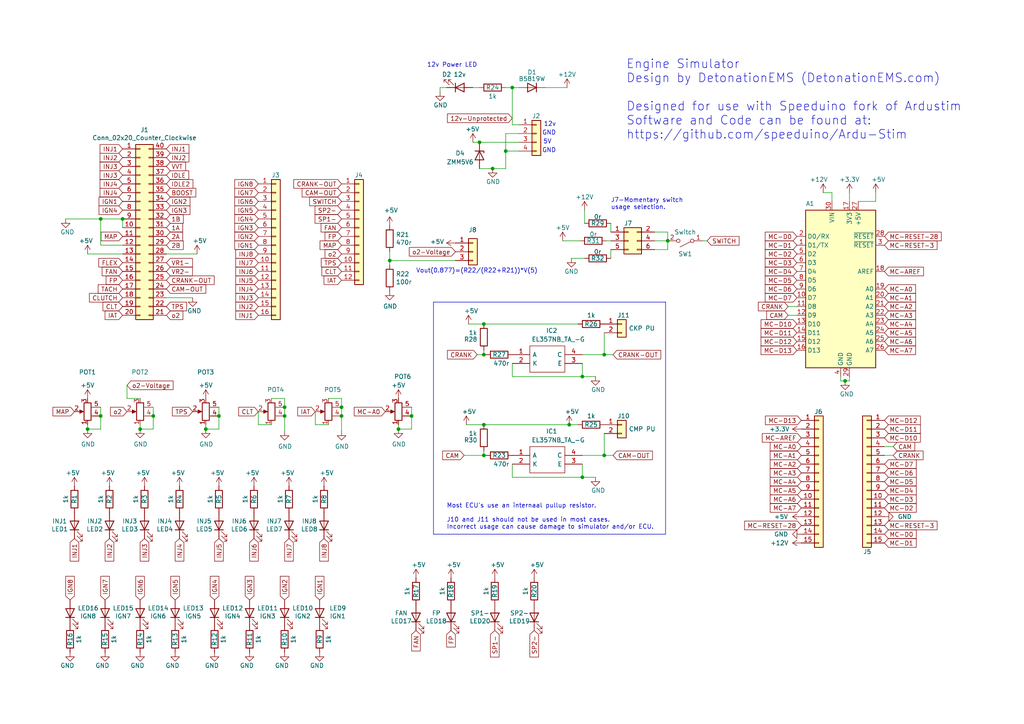
<source format=kicad_sch>
(kicad_sch (version 20230121) (generator eeschema)
  (paper "A4")
  (title_block (title "Engine Simulator") (date "2023-03-02") (rev "B2") (company "DetonationEMS"))
  (junction (at 193.675 69.85))
  (junction (at 59.69 124.46))
  (junction (at 245.11 110.49))
  (junction (at 35.56 63.5))
  (junction (at 175.26 132.08))
  (junction (at 140.335 102.87))
  (junction (at 99.06 118.11))
  (junction (at 63.5 120.65))
  (junction (at 140.335 123.19))
  (junction (at 139.065 41.275))
  (junction (at 25.4 124.46))
  (junction (at 44.45 120.65))
  (junction (at 168.91 109.22))
  (junction (at 148.59 25.4))
  (junction (at 82.55 118.11))
  (junction (at 140.335 132.08))
  (junction (at 82.55 120.65))
  (junction (at 115.57 124.46))
  (junction (at 140.335 93.98))
  (junction (at 142.875 48.895))
  (junction (at 99.06 120.65))
  (junction (at 40.64 124.46))
  (junction (at 119.38 120.65))
  (junction (at 165.1 123.19))
  (junction (at 146.685 43.815))
  (junction (at 175.26 102.87))
  (junction (at 168.91 138.43))
  (junction (at 29.21 120.65))
  (junction (at 113.03 75.565))
  (junction (at 29.21 63.5))
  (wire (pts (xy 228.6 91.44) (xy 231.14 91.44)))
  (wire (pts (xy 175.26 102.87) (xy 168.91 102.87)))
  (wire (pts (xy 243.84 109.22) (xy 243.84 110.49)))
  (wire (pts (xy 193.675 67.31) (xy 189.865 67.31)))
  (wire (pts (xy 99.06 125.095) (xy 99.06 120.65)))
  (wire (pts (xy 29.21 120.65) (xy 29.21 118.11)))
  (wire (pts (xy 127.635 25.4) (xy 129.54 25.4)))
  (wire (pts (xy 132.08 75.565) (xy 113.03 75.565)))
  (wire (pts (xy 91.44 123.19) (xy 91.44 119.38)))
  (wire (pts (xy 25.4 124.46) (xy 25.4 123.19)))
  (wire (pts (xy 29.21 63.5) (xy 29.21 71.12)))
  (wire (pts (xy 115.57 124.46) (xy 119.38 124.46)))
  (wire (pts (xy 148.59 105.41) (xy 148.59 109.22)))
  (wire (pts (xy 119.38 124.46) (xy 119.38 120.65)))
  (wire (pts (xy 175.895 69.85) (xy 177.165 69.85)))
  (wire (pts (xy 140.335 101.6) (xy 140.335 102.87)))
  (wire (pts (xy 36.83 115.57) (xy 40.64 115.57)))
  (wire (pts (xy 99.06 120.65) (xy 99.06 118.11)))
  (wire (pts (xy 139.065 41.275) (xy 150.495 41.275)))
  (wire (pts (xy 35.56 66.04) (xy 35.56 63.5)))
  (wire (pts (xy 148.59 36.195) (xy 150.495 36.195)))
  (wire (pts (xy 146.685 48.895) (xy 146.685 43.815)))
  (polyline (pts (xy 193.04 87.63) (xy 193.04 87.63)))
  (wire (pts (xy 259.08 129.54) (xy 256.54 129.54)))
  (polyline (pts (xy 193.04 154.94) (xy 125.73 154.94)))
  (wire (pts (xy 95.25 115.57) (xy 99.06 115.57)))
  (wire (pts (xy 169.545 60.96) (xy 169.545 64.77)))
  (wire (pts (xy 99.06 115.57) (xy 99.06 118.11)))
  (wire (pts (xy 78.74 123.19) (xy 74.93 123.19)))
  (wire (pts (xy 134.62 132.08) (xy 140.335 132.08)))
  (wire (pts (xy 146.685 25.4) (xy 148.59 25.4)))
  (wire (pts (xy 228.6 88.9) (xy 231.14 88.9)))
  (wire (pts (xy 148.59 25.4) (xy 148.59 36.195)))
  (wire (pts (xy 57.15 73.66) (xy 48.26 73.66)))
  (wire (pts (xy 137.16 25.4) (xy 139.065 25.4)))
  (wire (pts (xy 189.865 72.39) (xy 193.675 72.39)))
  (wire (pts (xy 138.43 102.87) (xy 140.335 102.87)))
  (wire (pts (xy 140.335 102.87) (xy 140.97 102.87)))
  (polyline (pts (xy 193.04 87.63) (xy 193.04 154.94)))
  (wire (pts (xy 135.89 93.98) (xy 140.335 93.98)))
  (wire (pts (xy 238.76 55.88) (xy 241.3 55.88)))
  (wire (pts (xy 177.8 132.08) (xy 175.26 132.08)))
  (wire (pts (xy 137.16 41.275) (xy 139.065 41.275)))
  (wire (pts (xy 175.26 96.52) (xy 175.26 102.87)))
  (wire (pts (xy 241.3 55.88) (xy 241.3 58.42)))
  (wire (pts (xy 40.64 124.46) (xy 40.64 123.19)))
  (wire (pts (xy 63.5 120.65) (xy 63.5 124.46)))
  (wire (pts (xy 63.5 124.46) (xy 59.69 124.46)))
  (wire (pts (xy 168.91 134.62) (xy 168.91 138.43)))
  (wire (pts (xy 55.88 86.36) (xy 48.26 86.36)))
  (wire (pts (xy 140.335 93.98) (xy 167.64 93.98)))
  (wire (pts (xy 203.835 69.85) (xy 205.105 69.85)))
  (wire (pts (xy 119.38 120.65) (xy 119.38 118.11)))
  (wire (pts (xy 25.4 73.66) (xy 35.56 73.66)))
  (wire (pts (xy 193.675 69.85) (xy 193.675 67.31)))
  (wire (pts (xy 146.685 43.815) (xy 150.495 43.815)))
  (wire (pts (xy 243.84 110.49) (xy 245.11 110.49)))
  (wire (pts (xy 177.165 64.77) (xy 177.165 67.31)))
  (wire (pts (xy 168.91 105.41) (xy 168.91 109.22)))
  (wire (pts (xy 148.59 138.43) (xy 168.91 138.43)))
  (wire (pts (xy 246.38 55.88) (xy 246.38 58.42)))
  (wire (pts (xy 140.335 132.08) (xy 140.97 132.08)))
  (wire (pts (xy 140.335 123.19) (xy 165.1 123.19)))
  (wire (pts (xy 82.55 125.095) (xy 82.55 120.65)))
  (wire (pts (xy 127.635 26.67) (xy 127.635 25.4)))
  (wire (pts (xy 148.59 109.22) (xy 168.91 109.22)))
  (wire (pts (xy 148.59 25.4) (xy 150.495 25.4)))
  (wire (pts (xy 193.675 72.39) (xy 193.675 69.85)))
  (wire (pts (xy 259.08 132.08) (xy 256.54 132.08)))
  (wire (pts (xy 142.875 48.895) (xy 146.685 48.895)))
  (wire (pts (xy 135.255 123.19) (xy 140.335 123.19)))
  (wire (pts (xy 113.03 73.025) (xy 113.03 75.565)))
  (polyline (pts (xy 125.73 154.94) (xy 125.73 87.63)))
  (wire (pts (xy 36.83 115.57) (xy 36.83 111.76)))
  (wire (pts (xy 248.92 58.42) (xy 254 58.42)))
  (polyline (pts (xy 125.73 87.63) (xy 193.04 87.63)))
  (wire (pts (xy 29.21 63.5) (xy 35.56 63.5)))
  (wire (pts (xy 29.21 124.46) (xy 29.21 120.65)))
  (wire (pts (xy 148.59 134.62) (xy 148.59 138.43)))
  (wire (pts (xy 44.45 120.65) (xy 44.45 118.11)))
  (wire (pts (xy 78.74 115.57) (xy 82.55 115.57)))
  (wire (pts (xy 177.165 74.93) (xy 177.165 72.39)))
  (wire (pts (xy 165.1 123.19) (xy 167.64 123.19)))
  (wire (pts (xy 168.91 138.43) (xy 172.72 138.43)))
  (wire (pts (xy 189.865 69.85) (xy 193.675 69.85)))
  (wire (pts (xy 245.11 110.49) (xy 246.38 110.49)))
  (wire (pts (xy 63.5 120.65) (xy 63.5 118.11)))
  (wire (pts (xy 19.05 63.5) (xy 29.21 63.5)))
  (wire (pts (xy 175.26 125.73) (xy 175.26 132.08)))
  (wire (pts (xy 168.91 109.22) (xy 172.72 109.22)))
  (wire (pts (xy 59.69 124.46) (xy 59.69 123.19)))
  (wire (pts (xy 82.55 115.57) (xy 82.55 118.11)))
  (wire (pts (xy 165.735 74.93) (xy 169.545 74.93)))
  (wire (pts (xy 44.45 124.46) (xy 44.45 120.65)))
  (wire (pts (xy 140.335 130.81) (xy 140.335 132.08)))
  (wire (pts (xy 254 58.42) (xy 254 55.88)))
  (wire (pts (xy 146.685 38.735) (xy 150.495 38.735)))
  (wire (pts (xy 40.64 124.46) (xy 44.45 124.46)))
  (wire (pts (xy 74.93 123.19) (xy 74.93 119.38)))
  (wire (pts (xy 115.57 124.46) (xy 115.57 123.19)))
  (wire (pts (xy 29.21 71.12) (xy 35.56 71.12)))
  (wire (pts (xy 246.38 110.49) (xy 246.38 109.22)))
  (wire (pts (xy 177.8 102.87) (xy 175.26 102.87)))
  (wire (pts (xy 146.685 38.735) (xy 146.685 43.815)))
  (wire (pts (xy 139.065 48.895) (xy 142.875 48.895)))
  (wire (pts (xy 25.4 124.46) (xy 29.21 124.46)))
  (wire (pts (xy 175.26 132.08) (xy 168.91 132.08)))
  (wire (pts (xy 113.03 75.565) (xy 113.03 76.835)))
  (wire (pts (xy 158.115 25.4) (xy 164.465 25.4)))
  (wire (pts (xy 163.195 69.85) (xy 168.275 69.85)))
  (wire (pts (xy 95.25 123.19) (xy 91.44 123.19)))
  (wire (pts (xy 82.55 120.65) (xy 82.55 118.11)))
  (text "Most ECU's use an internaal pullup resistor. \n\nJ10 and J11 should not be used in most cases.\nIncorrect usage can cause damage to simulator and/or ECU." (at 129.54 153.67 0) (effects (font (size 1.27 1.27)) (justify left bottom)))
  (text "12v" (at 161.29 36.83 0) (effects (font (size 1.27 1.27)) (justify right bottom)))
  (text "5V" (at 160.02 41.91 0) (effects (font (size 1.27 1.27)) (justify right bottom)))
  (text "Engine Simulator\nDesign by DetonationEMS (DetonationEMS.com)\n\nDesigned for use with Speeduino fork of Ardustim\nSoftware and Code can be found at:\nhttps://github.com/speeduino/Ardu-Stim\n" (at 181.61 40.64 0) (effects (font (size 2.54 2.54)) (justify left bottom)))
  (text "GND" (at 161.29 44.45 0) (effects (font (size 1.27 1.27)) (justify right bottom)))
  (text "12v Power LED" (at 138.43 19.685 0) (effects (font (size 1.27 1.27)) (justify right bottom)))
  (text "J7-Momentary switch\nusage selection." (at 177.165 60.96 0) (effects (font (size 1.27 1.27)) (justify left bottom)))
  (text "GND" (at 161.29 39.37 0) (effects (font (size 1.27 1.27)) (justify right bottom)))
  (text "Vout(0.877)=(R22/(R22+R21))*V(5)" (at 120.65 79.375 0) (effects (font (size 1.27 1.27)) (justify left bottom)))
  (global_label "MC-AREF" (shape input) (at 256.54 78.74 0) (property "Intersheetrefs" "${INTERSHEET_REFS}" (effects hide)))
  (global_label "SWITCH" (shape input) (at 205.105 69.85 0) (property "Intersheetrefs" "${INTERSHEET_REFS}" (effects hide)))
  (global_label "MAP" (shape input) (at 35.56 68.58 180) (property "Intersheetrefs" "${INTERSHEET_REFS}" (effects hide)))
  (global_label "MC-A0" (shape input) (at 111.76 119.38 180) (property "Intersheetrefs" "${INTERSHEET_REFS}" (effects hide)))
  (global_label "TPS" (shape input) (at 48.26 88.9 0) (property "Intersheetrefs" "${INTERSHEET_REFS}" (effects hide)))
  (global_label "CRANK-OUT" (shape input) (at 99.06 53.34 180) (property "Intersheetrefs" "${INTERSHEET_REFS}" (effects hide)))
  (global_label "MC-D4" (shape input) (at 256.54 142.24 0) (property "Intersheetrefs" "${INTERSHEET_REFS}" (effects hide)))
  (global_label "MC-D4" (shape input) (at 231.14 78.74 180) (property "Intersheetrefs" "${INTERSHEET_REFS}" (effects hide)))
  (global_label "MC-D11" (shape input) (at 256.54 124.46 0) (property "Intersheetrefs" "${INTERSHEET_REFS}" (effects hide)))
  (global_label "FAN" (shape input) (at 99.06 66.04 180) (property "Intersheetrefs" "${INTERSHEET_REFS}" (effects hide)))
  (global_label "1A" (shape input) (at 48.26 66.04 0) (property "Intersheetrefs" "${INTERSHEET_REFS}" (effects hide)))
  (global_label "INJ4" (shape input) (at 35.56 53.34 180) (property "Intersheetrefs" "${INTERSHEET_REFS}" (effects hide)))
  (global_label "INJ4" (shape input) (at 74.93 83.82 180) (property "Intersheetrefs" "${INTERSHEET_REFS}" (effects hide)))
  (global_label "INJ2" (shape input) (at 35.56 45.72 180) (property "Intersheetrefs" "${INTERSHEET_REFS}" (effects hide)))
  (global_label "IGN5" (shape input) (at 74.93 60.96 180) (property "Intersheetrefs" "${INTERSHEET_REFS}" (effects hide)))
  (global_label "INJ5" (shape input) (at 74.93 81.28 180) (property "Intersheetrefs" "${INTERSHEET_REFS}" (effects hide)))
  (global_label "MC-D0" (shape input) (at 256.54 154.94 0) (property "Intersheetrefs" "${INTERSHEET_REFS}" (effects hide)))
  (global_label "INJ1" (shape input) (at 21.59 156.21 270) (property "Intersheetrefs" "${INTERSHEET_REFS}" (effects hide)))
  (global_label "INJ2" (shape input) (at 31.75 156.21 270) (property "Intersheetrefs" "${INTERSHEET_REFS}" (effects hide)))
  (global_label "MC-A6" (shape input) (at 256.54 99.06 0) (property "Intersheetrefs" "${INTERSHEET_REFS}" (effects hide)))
  (global_label "CAM" (shape input) (at 134.62 132.08 180) (property "Intersheetrefs" "${INTERSHEET_REFS}" (effects hide)))
  (global_label "MC-D10" (shape input) (at 231.14 93.98 180) (property "Intersheetrefs" "${INTERSHEET_REFS}" (effects hide)))
  (global_label "IGN2" (shape input) (at 74.93 68.58 180) (property "Intersheetrefs" "${INTERSHEET_REFS}" (effects hide)))
  (global_label "CLUTCH" (shape input) (at 35.56 86.36 180) (property "Intersheetrefs" "${INTERSHEET_REFS}" (effects hide)))
  (global_label "1B" (shape input) (at 48.26 63.5 0) (property "Intersheetrefs" "${INTERSHEET_REFS}" (effects hide)))
  (global_label "IGN3" (shape input) (at 74.93 66.04 180) (property "Intersheetrefs" "${INTERSHEET_REFS}" (effects hide)))
  (global_label "INJ3" (shape input) (at 35.56 50.8 180) (property "Intersheetrefs" "${INTERSHEET_REFS}" (effects hide)))
  (global_label "MC-A2" (shape input) (at 256.54 88.9 0) (property "Intersheetrefs" "${INTERSHEET_REFS}" (effects hide)))
  (global_label "IGN1" (shape input) (at 92.71 173.99 90) (property "Intersheetrefs" "${INTERSHEET_REFS}" (effects hide)))
  (global_label "MC-D10" (shape input) (at 256.54 127 0) (property "Intersheetrefs" "${INTERSHEET_REFS}" (effects hide)))
  (global_label "CLT" (shape input) (at 99.06 78.74 180) (property "Intersheetrefs" "${INTERSHEET_REFS}" (effects hide)))
  (global_label "IGN1" (shape input) (at 74.93 71.12 180) (property "Intersheetrefs" "${INTERSHEET_REFS}" (effects hide)))
  (global_label "MC-A7" (shape input) (at 256.54 101.6 0) (property "Intersheetrefs" "${INTERSHEET_REFS}" (effects hide)))
  (global_label "CRANK" (shape input) (at 138.43 102.87 180) (property "Intersheetrefs" "${INTERSHEET_REFS}" (effects hide)))
  (global_label "BOOST" (shape input) (at 48.26 55.88 0) (property "Intersheetrefs" "${INTERSHEET_REFS}" (effects hide)))
  (global_label "TPS" (shape input) (at 99.06 76.2 180) (property "Intersheetrefs" "${INTERSHEET_REFS}" (effects hide)))
  (global_label "FP" (shape input) (at 35.56 81.28 180) (property "Intersheetrefs" "${INTERSHEET_REFS}" (effects hide)))
  (global_label "MC-D12" (shape input) (at 256.54 121.92 0) (property "Intersheetrefs" "${INTERSHEET_REFS}" (effects hide)))
  (global_label "IGN4" (shape input) (at 35.56 60.96 180) (property "Intersheetrefs" "${INTERSHEET_REFS}" (effects hide)))
  (global_label "MC-D13" (shape input) (at 231.14 101.6 180) (property "Intersheetrefs" "${INTERSHEET_REFS}" (effects hide)))
  (global_label "CLT" (shape input) (at 74.93 119.38 180) (property "Intersheetrefs" "${INTERSHEET_REFS}" (effects hide)))
  (global_label "INJ1" (shape input) (at 48.26 43.18 0) (property "Intersheetrefs" "${INTERSHEET_REFS}" (effects hide)))
  (global_label "INJ8" (shape input) (at 93.98 156.21 270) (property "Intersheetrefs" "${INTERSHEET_REFS}" (effects hide)))
  (global_label "CRANK-OUT" (shape input) (at 177.8 102.87 0) (property "Intersheetrefs" "${INTERSHEET_REFS}" (effects hide)))
  (global_label "o2" (shape input) (at 36.83 119.38 180) (property "Intersheetrefs" "${INTERSHEET_REFS}" (effects hide)))
  (global_label "INJ6" (shape input) (at 74.93 78.74 180) (property "Intersheetrefs" "${INTERSHEET_REFS}" (effects hide)))
  (global_label "MC-A2" (shape input) (at 232.41 134.62 180) (property "Intersheetrefs" "${INTERSHEET_REFS}" (effects hide)))
  (global_label "MC-D5" (shape input) (at 231.14 81.28 180) (property "Intersheetrefs" "${INTERSHEET_REFS}" (effects hide)))
  (global_label "INJ4" (shape input) (at 52.07 156.21 270) (property "Intersheetrefs" "${INTERSHEET_REFS}" (effects hide)))
  (global_label "INJ7" (shape input) (at 83.82 156.21 270) (property "Intersheetrefs" "${INTERSHEET_REFS}" (effects hide)))
  (global_label "INJ3" (shape input) (at 74.93 86.36 180) (property "Intersheetrefs" "${INTERSHEET_REFS}" (effects hide)))
  (global_label "MC-D12" (shape input) (at 231.14 99.06 180) (property "Intersheetrefs" "${INTERSHEET_REFS}" (effects hide)))
  (global_label "SP1-" (shape input) (at 99.06 63.5 180) (property "Intersheetrefs" "${INTERSHEET_REFS}" (effects hide)))
  (global_label "INJ7" (shape input) (at 74.93 76.2 180) (property "Intersheetrefs" "${INTERSHEET_REFS}" (effects hide)))
  (global_label "IGN7" (shape input) (at 30.48 173.99 90) (property "Intersheetrefs" "${INTERSHEET_REFS}" (effects hide)))
  (global_label "SWITCH" (shape input) (at 99.06 58.42 180) (property "Intersheetrefs" "${INTERSHEET_REFS}" (effects hide)))
  (global_label "VVT" (shape input) (at 48.26 48.26 0) (property "Intersheetrefs" "${INTERSHEET_REFS}" (effects hide)))
  (global_label "INJ4" (shape input) (at 35.56 55.88 180) (property "Intersheetrefs" "${INTERSHEET_REFS}" (effects hide)))
  (global_label "IGN8" (shape input) (at 74.93 53.34 180) (property "Intersheetrefs" "${INTERSHEET_REFS}" (effects hide)))
  (global_label "MC-A0" (shape input) (at 256.54 83.82 0) (property "Intersheetrefs" "${INTERSHEET_REFS}" (effects hide)))
  (global_label "o2-Voltage" (shape input) (at 36.83 111.76 0) (property "Intersheetrefs" "${INTERSHEET_REFS}" (effects hide)))
  (global_label "IGN3" (shape input) (at 48.26 60.96 0) (property "Intersheetrefs" "${INTERSHEET_REFS}" (effects hide)))
  (global_label "MC-RESET-3" (shape input) (at 256.54 71.12 0) (property "Intersheetrefs" "${INTERSHEET_REFS}" (effects hide)))
  (global_label "IDLE" (shape input) (at 48.26 50.8 0) (property "Intersheetrefs" "${INTERSHEET_REFS}" (effects hide)))
  (global_label "IGN5" (shape input) (at 50.8 173.99 90) (property "Intersheetrefs" "${INTERSHEET_REFS}" (effects hide)))
  (global_label "MC-RESET-3" (shape input) (at 256.54 152.4 0) (property "Intersheetrefs" "${INTERSHEET_REFS}" (effects hide)))
  (global_label "SP1-" (shape input) (at 143.51 182.88 270) (property "Intersheetrefs" "${INTERSHEET_REFS}" (effects hide)))
  (global_label "MC-D6" (shape input) (at 231.14 83.82 180) (property "Intersheetrefs" "${INTERSHEET_REFS}" (effects hide)))
  (global_label "IGN3" (shape input) (at 72.39 173.99 90) (property "Intersheetrefs" "${INTERSHEET_REFS}" (effects hide)))
  (global_label "MC-D2" (shape input) (at 256.54 147.32 0) (property "Intersheetrefs" "${INTERSHEET_REFS}" (effects hide)))
  (global_label "INJ3" (shape input) (at 41.91 156.21 270) (property "Intersheetrefs" "${INTERSHEET_REFS}" (effects hide)))
  (global_label "FAN" (shape input) (at 120.65 182.88 270) (property "Intersheetrefs" "${INTERSHEET_REFS}" (effects hide)))
  (global_label "MC-D11" (shape input) (at 231.14 96.52 180) (property "Intersheetrefs" "${INTERSHEET_REFS}" (effects hide)))
  (global_label "TACH" (shape input) (at 35.56 83.82 180) (property "Intersheetrefs" "${INTERSHEET_REFS}" (effects hide)))
  (global_label "MC-D2" (shape input) (at 231.14 73.66 180) (property "Intersheetrefs" "${INTERSHEET_REFS}" (effects hide)))
  (global_label "IAT" (shape input) (at 99.06 81.28 180) (property "Intersheetrefs" "${INTERSHEET_REFS}" (effects hide)))
  (global_label "FP" (shape input) (at 130.81 182.88 270) (property "Intersheetrefs" "${INTERSHEET_REFS}" (effects hide)))
  (global_label "MC-A1" (shape input) (at 232.41 132.08 180) (property "Intersheetrefs" "${INTERSHEET_REFS}" (effects hide)))
  (global_label "MC-A1" (shape input) (at 256.54 86.36 0) (property "Intersheetrefs" "${INTERSHEET_REFS}" (effects hide)))
  (global_label "o2-Voltage" (shape input) (at 132.08 73.025 180) (property "Intersheetrefs" "${INTERSHEET_REFS}" (effects hide)))
  (global_label "IDLE2" (shape input) (at 48.26 53.34 0) (property "Intersheetrefs" "${INTERSHEET_REFS}" (effects hide)))
  (global_label "INJ6" (shape input) (at 73.66 156.21 270) (property "Intersheetrefs" "${INTERSHEET_REFS}" (effects hide)))
  (global_label "CAM" (shape input) (at 259.08 129.54 0) (property "Intersheetrefs" "${INTERSHEET_REFS}" (effects hide)))
  (global_label "MAP" (shape input) (at 99.06 71.12 180) (property "Intersheetrefs" "${INTERSHEET_REFS}" (effects hide)))
  (global_label "CAM-OUT" (shape input) (at 177.8 132.08 0) (property "Intersheetrefs" "${INTERSHEET_REFS}" (effects hide)))
  (global_label "TPS" (shape input) (at 55.88 119.38 180) (property "Intersheetrefs" "${INTERSHEET_REFS}" (effects hide)))
  (global_label "VR1-" (shape input) (at 48.26 76.2 0) (property "Intersheetrefs" "${INTERSHEET_REFS}" (effects hide)))
  (global_label "IGN4" (shape input) (at 62.23 173.99 90) (property "Intersheetrefs" "${INTERSHEET_REFS}" (effects hide)))
  (global_label "IGN7" (shape input) (at 74.93 55.88 180) (property "Intersheetrefs" "${INTERSHEET_REFS}" (effects hide)))
  (global_label "MC-A6" (shape input) (at 232.41 144.78 180) (property "Intersheetrefs" "${INTERSHEET_REFS}" (effects hide)))
  (global_label "MC-A3" (shape input) (at 232.41 137.16 180) (property "Intersheetrefs" "${INTERSHEET_REFS}" (effects hide)))
  (global_label "IGN2" (shape input) (at 82.55 173.99 90) (property "Intersheetrefs" "${INTERSHEET_REFS}" (effects hide)))
  (global_label "INJ8" (shape input) (at 74.93 73.66 180) (property "Intersheetrefs" "${INTERSHEET_REFS}" (effects hide)))
  (global_label "SP2-" (shape input) (at 99.06 60.96 180) (property "Intersheetrefs" "${INTERSHEET_REFS}" (effects hide)))
  (global_label "MC-A0" (shape input) (at 232.41 129.54 180) (property "Intersheetrefs" "${INTERSHEET_REFS}" (effects hide)))
  (global_label "MC-A5" (shape input) (at 232.41 142.24 180) (property "Intersheetrefs" "${INTERSHEET_REFS}" (effects hide)))
  (global_label "INJ2" (shape input) (at 74.93 88.9 180) (property "Intersheetrefs" "${INTERSHEET_REFS}" (effects hide)))
  (global_label "INJ5" (shape input) (at 63.5 156.21 270) (property "Intersheetrefs" "${INTERSHEET_REFS}" (effects hide)))
  (global_label "INJ1" (shape input) (at 74.93 91.44 180) (property "Intersheetrefs" "${INTERSHEET_REFS}" (effects hide)))
  (global_label "MC-A7" (shape input) (at 232.41 147.32 180) (property "Intersheetrefs" "${INTERSHEET_REFS}" (effects hide)))
  (global_label "MC-D3" (shape input) (at 256.54 144.78 0) (property "Intersheetrefs" "${INTERSHEET_REFS}" (effects hide)))
  (global_label "CAM-OUT" (shape input) (at 48.26 83.82 0) (property "Intersheetrefs" "${INTERSHEET_REFS}" (effects hide)))
  (global_label "SP2-" (shape input) (at 154.94 182.88 270) (property "Intersheetrefs" "${INTERSHEET_REFS}" (effects hide)))
  (global_label "IGN2" (shape input) (at 48.26 58.42 0) (property "Intersheetrefs" "${INTERSHEET_REFS}" (effects hide)))
  (global_label "MC-A5" (shape input) (at 256.54 96.52 0) (property "Intersheetrefs" "${INTERSHEET_REFS}" (effects hide)))
  (global_label "CRANK-OUT" (shape input) (at 48.26 81.28 0) (property "Intersheetrefs" "${INTERSHEET_REFS}" (effects hide)))
  (global_label "CAM-OUT" (shape input) (at 99.06 55.88 180) (property "Intersheetrefs" "${INTERSHEET_REFS}" (effects hide)))
  (global_label "MC-D0" (shape input) (at 231.14 68.58 180) (property "Intersheetrefs" "${INTERSHEET_REFS}" (effects hide)))
  (global_label "IGN6" (shape input) (at 40.64 173.99 90) (property "Intersheetrefs" "${INTERSHEET_REFS}" (effects hide)))
  (global_label "MC-A3" (shape input) (at 256.54 91.44 0) (property "Intersheetrefs" "${INTERSHEET_REFS}" (effects hide)))
  (global_label "o2" (shape input) (at 99.06 73.66 180) (property "Intersheetrefs" "${INTERSHEET_REFS}" (effects hide)))
  (global_label "12v-Unprotected" (shape input) (at 148.59 34.29 180) (property "Intersheetrefs" "${INTERSHEET_REFS}" (effects hide)))
  (global_label "FAN" (shape input) (at 35.56 78.74 180) (property "Intersheetrefs" "${INTERSHEET_REFS}" (effects hide)))
  (global_label "o2" (shape input) (at 48.26 91.44 0) (property "Intersheetrefs" "${INTERSHEET_REFS}" (effects hide)))
  (global_label "VR2-" (shape input) (at 48.26 78.74 0) (property "Intersheetrefs" "${INTERSHEET_REFS}" (effects hide)))
  (global_label "MC-D7" (shape input) (at 256.54 134.62 0) (property "Intersheetrefs" "${INTERSHEET_REFS}" (effects hide)))
  (global_label "2A" (shape input) (at 48.26 68.58 0) (property "Intersheetrefs" "${INTERSHEET_REFS}" (effects hide)))
  (global_label "IGN6" (shape input) (at 74.93 58.42 180) (property "Intersheetrefs" "${INTERSHEET_REFS}" (effects hide)))
  (global_label "MAP" (shape input) (at 21.59 119.38 180) (property "Intersheetrefs" "${INTERSHEET_REFS}" (effects hide)))
  (global_label "MC-D1" (shape input) (at 256.54 157.48 0) (property "Intersheetrefs" "${INTERSHEET_REFS}" (effects hide)))
  (global_label "MC-RESET-28" (shape input) (at 256.54 68.58 0) (property "Intersheetrefs" "${INTERSHEET_REFS}" (effects hide)))
  (global_label "MC-A4" (shape input) (at 256.54 93.98 0) (property "Intersheetrefs" "${INTERSHEET_REFS}" (effects hide)))
  (global_label "INJ2" (shape input) (at 48.26 45.72 0) (property "Intersheetrefs" "${INTERSHEET_REFS}" (effects hide)))
  (global_label "MC-D6" (shape input) (at 256.54 137.16 0) (property "Intersheetrefs" "${INTERSHEET_REFS}" (effects hide)))
  (global_label "MC-RESET-28" (shape input) (at 232.41 152.4 180) (property "Intersheetrefs" "${INTERSHEET_REFS}" (effects hide)))
  (global_label "IGN8" (shape input) (at 20.32 173.99 90) (property "Intersheetrefs" "${INTERSHEET_REFS}" (effects hide)))
  (global_label "MC-D5" (shape input) (at 256.54 139.7 0) (property "Intersheetrefs" "${INTERSHEET_REFS}" (effects hide)))
  (global_label "IGN4" (shape input) (at 74.93 63.5 180) (property "Intersheetrefs" "${INTERSHEET_REFS}" (effects hide)))
  (global_label "FLEX" (shape input) (at 35.56 76.2 180) (property "Intersheetrefs" "${INTERSHEET_REFS}" (effects hide)))
  (global_label "FP" (shape input) (at 99.06 68.58 180) (property "Intersheetrefs" "${INTERSHEET_REFS}" (effects hide)))
  (global_label "CRANK" (shape input) (at 228.6 88.9 180) (property "Intersheetrefs" "${INTERSHEET_REFS}" (effects hide)))
  (global_label "MC-D13" (shape input) (at 232.41 121.92 180) (property "Intersheetrefs" "${INTERSHEET_REFS}" (effects hide)))
  (global_label "INJ3" (shape input) (at 35.56 48.26 180) (property "Intersheetrefs" "${INTERSHEET_REFS}" (effects hide)))
  (global_label "MC-D7" (shape input) (at 231.14 86.36 180) (property "Intersheetrefs" "${INTERSHEET_REFS}" (effects hide)))
  (global_label "MC-D3" (shape input) (at 231.14 76.2 180) (property "Intersheetrefs" "${INTERSHEET_REFS}" (effects hide)))
  (global_label "MC-D1" (shape input) (at 231.14 71.12 180) (property "Intersheetrefs" "${INTERSHEET_REFS}" (effects hide)))
  (global_label "CAM" (shape input) (at 228.6 91.44 180) (property "Intersheetrefs" "${INTERSHEET_REFS}" (effects hide)))
  (global_label "IGN1" (shape input) (at 35.56 58.42 180) (property "Intersheetrefs" "${INTERSHEET_REFS}" (effects hide)))
  (global_label "IAT" (shape input) (at 91.44 119.38 180) (property "Intersheetrefs" "${INTERSHEET_REFS}" (effects hide)))
  (global_label "2B" (shape input) (at 48.26 71.12 0) (property "Intersheetrefs" "${INTERSHEET_REFS}" (effects hide)))
  (global_label "MC-A4" (shape input) (at 232.41 139.7 180) (property "Intersheetrefs" "${INTERSHEET_REFS}" (effects hide)))
  (global_label "CRANK" (shape input) (at 259.08 132.08 0) (property "Intersheetrefs" "${INTERSHEET_REFS}" (effects hide)))
  (global_label "MC-AREF" (shape input) (at 232.41 127 180) (property "Intersheetrefs" "${INTERSHEET_REFS}" (effects hide)))
  (global_label "INJ1" (shape input) (at 35.56 43.18 180) (property "Intersheetrefs" "${INTERSHEET_REFS}" (effects hide)))
  (global_label "IAT" (shape input) (at 35.56 91.44 180) (property "Intersheetrefs" "${INTERSHEET_REFS}" (effects hide)))
  (global_label "CLT" (shape input) (at 35.56 88.9 180) (property "Intersheetrefs" "${INTERSHEET_REFS}" (effects hide)))
  (symbol (lib_id "Detonation:Pot-10k") (at 40.64 119.38 180) (unit 1)
    (property "Reference" "POT2" (at 38.1 107.95 0) (effects (justify right)))
    (property "Value" "CLT" (effects hide))
    (property "Footprint" "MyLibs:RV09AF4020KB10K" (effects hide))
  )
  (symbol (lib_id "Detonation:Pot-10k") (at 78.74 119.38 180) (unit 1)
    (property "Reference" "POT4" (at 77.47 113.03 0) (effects (justify right)))
    (property "Value" "TPS" (effects hide))
    (property "Footprint" "MyLibs:RV09AF4020KB10K" (effects hide))
  )
  (symbol (lib_id "Detonation:Pot-10k") (at 59.69 119.38 180) (unit 1)
    (property "Reference" "POT3" (at 57.15 107.95 0) (effects (justify right)))
    (property "Value" "MAP/SP1" (effects hide))
    (property "Footprint" "MyLibs:RV09AF4020KB10K" (effects hide))
  )
  (symbol (lib_id "Detonation:Pot-10k") (at 25.4 119.38 180) (unit 1)
    (property "Reference" "POT1" (at 22.86 107.95 0) (effects (justify right)))
    (property "Value" "IAT" (effects hide))
    (property "Footprint" "MyLibs:RV09AF4020KB10K" (effects hide))
  )
  (symbol (lib_id "Detonation:Pot-10k") (at 95.25 119.38 180) (unit 1)
    (property "Reference" "POT5" (at 93.98 113.03 0) (effects (justify right)))
    (property "Value" "o2" (effects hide))
    (property "Footprint" "MyLibs:RV09AF4020KB10K" (effects hide))
  )
  (symbol (lib_id "Detonation:Pot-10k") (at 115.57 119.38 180) (unit 1)
    (property "Reference" "POT6" (at 114.3 109.22 0) (effects (justify right)))
    (property "Value" "RPM" (effects hide))
    (property "Footprint" "MyLibs:RV09AF4020KB10K" (effects hide))
  )
  (symbol (lib_id "power:+5V") (at 115.57 115.57 0) (unit 1)
    (property "Reference" "#PWR042" (effects hide))
    (property "Value" "+5V" (at 115.57 111.76 0))
  )
  (symbol (lib_id "power:+5V") (at 254 55.88 0) (unit 1)
    (property "Reference" "#PWR059" (effects hide))
    (property "Value" "+5V" (at 252.73 52.07 0) (effects (justify left)))
  )
  (symbol (lib_id "power:GND") (at 115.57 124.46 0) (unit 1)
    (property "Reference" "#PWR041" (effects hide))
    (property "Value" "GND" (at 115.697 128.8542 0))
  )
  (symbol (lib_id "power:GND") (at 245.11 110.49 0) (unit 1)
    (property "Reference" "#PWR057" (effects hide))
    (property "Value" "GND" (at 247.65 114.3 0) (effects (justify right)))
  )
  (symbol (lib_id "Connector_Generic:Conn_01x02") (at 180.34 123.19 0) (unit 1)
    (property "Reference" "J10" (at 179.07 120.65 0) (effects (justify left)))
    (property "Value" "CMP PU" (at 182.372 124.4346 0) (effects (justify left)))
    (property "Footprint" "Detonation:1x02-Proto" (effects hide))
  )
  (symbol (lib_id "power:+5V") (at 132.08 70.485 90) (unit 1)
    (property "Reference" "#PWR047" (effects hide))
    (property "Value" "+5V" (at 128.8288 70.104 90) (effects (justify left)))
  )
  (symbol (lib_id "Device:R") (at 113.03 80.645 0) (unit 1)
    (property "Reference" "R22" (at 114.808 79.4766 0) (effects (justify left)))
    (property "Value" "100r" (at 114.808 81.788 0) (effects (justify left)))
    (property "Footprint" "Resistor_SMD:R_0603_1608Metric" (effects hide))
    (property "LCSC" "C22775" (effects hide))
  )
  (symbol (lib_id "Device:R") (at 113.03 69.215 0) (unit 1)
    (property "Reference" "R21" (at 114.808 68.0466 0) (effects (justify left)))
    (property "Value" "470r" (at 114.808 70.358 0) (effects (justify left)))
    (property "Footprint" "Resistor_SMD:R_0603_1608Metric" (effects hide))
    (property "LCSC" "C23179" (effects hide))
  )
  (symbol (lib_id "power:+5V") (at 113.03 65.405 0) (unit 1)
    (property "Reference" "#PWR043" (effects hide))
    (property "Value" "+5V" (at 113.411 61.0108 0))
  )
  (symbol (lib_id "power:GND") (at 113.03 84.455 0) (unit 1)
    (property "Reference" "#PWR044" (effects hide))
    (property "Value" "GND" (at 113.157 88.8492 0))
  )
  (symbol (lib_id "power:+5V") (at 59.69 115.57 0) (unit 1)
    (property "Reference" "#PWR018" (effects hide))
    (property "Value" "+5V" (at 59.69 111.76 0))
  )
  (symbol (lib_id "power:GND") (at 59.69 124.46 0) (unit 1)
    (property "Reference" "#PWR017" (effects hide))
    (property "Value" "GND" (at 59.817 128.8542 0))
  )
  (symbol (lib_id "power:GND") (at 40.64 124.46 0) (unit 1)
    (property "Reference" "#PWR015" (effects hide))
    (property "Value" "GND" (at 40.767 128.8542 0))
  )
  (symbol (lib_id "Pre_Ignition-rescue:Conn_02x20_Counter_Clockwise-Connector_Generic") (at 40.64 66.04 0) (unit 1) (in_bom no)
    (property "Reference" "J1" (at 41.91 37.6682 0))
    (property "Value" "Conn_02x20_Counter_Clockwise" (at 41.91 39.9796 0))
    (property "Footprint" "Connector_Automotive:IDC-Header_2x20_P2.54mm_Vertical_Speeduino" (effects hide))
  )
  (symbol (lib_id "power:GND") (at 19.05 63.5 0) (unit 1)
    (property "Reference" "#PWR01" (effects hide))
    (property "Value" "GND" (at 21.59 67.31 0) (effects (justify right)))
  )
  (symbol (lib_id "power:+5V") (at 25.4 73.66 0) (unit 1)
    (property "Reference" "#PWR03" (effects hide))
    (property "Value" "+5V" (at 22.86 69.85 0) (effects (justify left)))
  )
  (symbol (lib_id "power:GND") (at 55.88 86.36 0) (unit 1)
    (property "Reference" "#PWR014" (effects hide))
    (property "Value" "GND" (at 58.42 90.17 0) (effects (justify right)))
  )
  (symbol (lib_id "power:+5V") (at 57.15 73.66 0) (unit 1)
    (property "Reference" "#PWR016" (effects hide))
    (property "Value" "+5V" (at 55.88 69.85 0) (effects (justify left)))
  )
  (symbol (lib_id "power:GND") (at 92.71 189.23 0) (unit 1)
    (property "Reference" "#PWR019" (effects hide))
    (property "Value" "GND" (at 93.98 193.04 0) (effects (justify right)))
  )
  (symbol (lib_id "Device:LED") (at 92.71 177.8 90) (unit 1)
    (property "Reference" "LED9" (at 97.9678 176.403 90))
    (property "Value" "IGN1" (at 97.9678 178.7144 90))
    (property "Footprint" "LED_SMD:LED_0603_1608Metric" (effects hide))
    (property "LCSC" "C2286" (effects hide))
  )
  (symbol (lib_id "power:GND") (at 82.55 189.23 0) (unit 1)
    (property "Reference" "#PWR020" (effects hide))
    (property "Value" "GND" (at 83.82 193.04 0) (effects (justify right)))
  )
  (symbol (lib_id "Device:LED") (at 82.55 177.8 90) (unit 1)
    (property "Reference" "LED10" (at 87.8078 176.403 90))
    (property "Value" "IGN2" (at 87.8078 178.7144 90))
    (property "Footprint" "LED_SMD:LED_0603_1608Metric" (effects hide))
    (property "LCSC" "C2286" (effects hide))
  )
  (symbol (lib_id "power:GND") (at 72.39 189.23 0) (unit 1)
    (property "Reference" "#PWR021" (effects hide))
    (property "Value" "GND" (at 73.66 193.04 0) (effects (justify right)))
  )
  (symbol (lib_id "Device:LED") (at 72.39 177.8 90) (unit 1)
    (property "Reference" "LED11" (at 77.6478 176.403 90))
    (property "Value" "IGN3" (at 77.6478 178.7144 90))
    (property "Footprint" "LED_SMD:LED_0603_1608Metric" (effects hide))
    (property "LCSC" "C2286" (effects hide))
  )
  (symbol (lib_id "power:GND") (at 62.23 189.23 0) (unit 1)
    (property "Reference" "#PWR022" (effects hide))
    (property "Value" "GND" (at 63.5 193.04 0) (effects (justify right)))
  )
  (symbol (lib_id "Device:LED") (at 62.23 177.8 90) (unit 1)
    (property "Reference" "LED12" (at 67.4878 176.403 90))
    (property "Value" "IGN4" (at 67.4878 178.7144 90))
    (property "Footprint" "LED_SMD:LED_0603_1608Metric" (effects hide))
    (property "LCSC" "C2286" (effects hide))
  )
  (symbol (lib_id "Device:LED") (at 21.59 152.4 90) (unit 1)
    (property "Reference" "LED1" (at 17.3228 153.4668 90))
    (property "Value" "INJ1" (at 17.3228 151.1554 90))
    (property "Footprint" "LED_SMD:LED_0603_1608Metric" (effects hide))
    (property "LCSC" "C2286" (effects hide))
  )
  (symbol (lib_id "Device:LED") (at 31.75 152.4 90) (unit 1)
    (property "Reference" "LED2" (at 27.4828 153.4668 90))
    (property "Value" "INJ2" (at 27.4828 151.1554 90))
    (property "Footprint" "LED_SMD:LED_0603_1608Metric" (effects hide))
    (property "LCSC" "C2286" (effects hide))
  )
  (symbol (lib_id "Device:LED") (at 41.91 152.4 90) (unit 1)
    (property "Reference" "LED3" (at 37.6428 153.4668 90))
    (property "Value" "INJ3" (at 37.6428 151.1554 90))
    (property "Footprint" "LED_SMD:LED_0603_1608Metric" (effects hide))
    (property "LCSC" "C2286" (effects hide))
  )
  (symbol (lib_id "Device:LED") (at 52.07 152.4 90) (unit 1)
    (property "Reference" "LED4" (at 47.8028 153.4668 90))
    (property "Value" "INJ4" (at 47.8028 151.1554 90))
    (property "Footprint" "LED_SMD:LED_0603_1608Metric" (effects hide))
    (property "LCSC" "C2286" (effects hide))
  )
  (symbol (lib_id "power:+5V") (at 21.59 140.97 0) (unit 1)
    (property "Reference" "#PWR06" (effects hide))
    (property "Value" "+5V" (at 19.05 137.16 0) (effects (justify left)))
  )
  (symbol (lib_id "power:+5V") (at 41.91 140.97 0) (unit 1)
    (property "Reference" "#PWR08" (effects hide))
    (property "Value" "+5V" (at 39.37 137.16 0) (effects (justify left)))
  )
  (symbol (lib_id "power:+5V") (at 31.75 140.97 0) (unit 1)
    (property "Reference" "#PWR07" (effects hide))
    (property "Value" "+5V" (at 29.21 137.16 0) (effects (justify left)))
  )
  (symbol (lib_id "power:+5V") (at 52.07 140.97 0) (unit 1)
    (property "Reference" "#PWR09" (effects hide))
    (property "Value" "+5V" (at 49.53 137.16 0) (effects (justify left)))
  )
  (symbol (lib_id "Device:LED") (at 120.65 179.07 90) (unit 1)
    (property "Reference" "LED17" (at 116.3828 180.1368 90))
    (property "Value" "FAN" (at 116.3828 177.8254 90))
    (property "Footprint" "LED_SMD:LED_0603_1608Metric" (effects hide))
    (property "LCSC" "C2286" (effects hide))
  )
  (symbol (lib_id "Device:LED") (at 130.81 179.07 90) (unit 1)
    (property "Reference" "LED18" (at 126.5428 180.1368 90))
    (property "Value" "FP" (at 126.5428 177.8254 90))
    (property "Footprint" "LED_SMD:LED_0603_1608Metric" (effects hide))
    (property "LCSC" "C2286" (effects hide))
  )
  (symbol (lib_id "power:+5V") (at 130.81 167.64 0) (unit 1)
    (property "Reference" "#PWR038" (effects hide))
    (property "Value" "+5V" (at 129.54 163.83 0) (effects (justify left)))
  )
  (symbol (lib_id "power:+5V") (at 120.65 167.64 0) (unit 1)
    (property "Reference" "#PWR037" (effects hide))
    (property "Value" "+5V" (at 119.38 163.83 0) (effects (justify left)))
  )
  (symbol (lib_id "MCU_Module:Arduino_Nano_v3.x") (at 243.84 83.82 0) (unit 1) (in_bom no)
    (property "Reference" "A1" (at 234.95 59.055 0))
    (property "Value" "Arduino_Nano_v3.x" (effects hide))
    (property "Footprint" "Module:Arduino_Nano" (effects hide))
    (property "Datasheet" "http://www.mouser.com/pdfdocs/Gravitech_Arduino_Nano3_0.pdf" (effects hide))
  )
  (symbol (lib_id "Diode:ZMMxx") (at 139.065 45.085 270) (unit 1)
    (property "Reference" "D4" (at 132.08 44.45 90) (effects (justify left)))
    (property "Value" "ZMM5V6" (at 129.54 46.99 90) (effects (justify left)))
    (property "Footprint" "Diode_SMD:D_MiniMELF" (effects hide))
    (property "Datasheet" "https://diotec.com/tl_files/diotec/files/pdf/datasheets/zmm1.pdf" (effects hide))
    (property "LCSC" "C8062" (effects hide))
  )
  (symbol (lib_id "Device:R") (at 41.91 144.78 0) (mirror y) (unit 1)
    (property "Reference" "R3" (at 41.91 144.78 90))
    (property "Value" "1k" (at 39.37 144.78 90))
    (property "Footprint" "Resistor_SMD:R_0603_1608Metric" (effects hide))
    (property "LCSC" "C21190" (effects hide))
  )
  (symbol (lib_id "power:GND") (at 232.41 154.94 270) (unit 1)
    (property "Reference" "#PWR0109" (effects hide))
    (property "Value" "GND" (at 228.6 154.94 90) (effects (justify right)))
  )
  (symbol (lib_id "Device:R") (at 52.07 144.78 0) (mirror y) (unit 1)
    (property "Reference" "R4" (at 52.07 144.78 90))
    (property "Value" "1k" (at 49.53 144.78 90))
    (property "Footprint" "Resistor_SMD:R_0603_1608Metric" (effects hide))
    (property "LCSC" "C21190" (effects hide))
  )
  (symbol (lib_id "power:GND") (at 142.875 48.895 0) (mirror y) (unit 1)
    (property "Reference" "#PWR036" (effects hide))
    (property "Value" "GND" (at 140.97 52.705 0) (effects (justify right)))
  )
  (symbol (lib_id "Device:R") (at 83.82 144.78 0) (mirror y) (unit 1)
    (property "Reference" "R7" (at 83.82 144.78 90))
    (property "Value" "1k" (at 81.28 144.78 90))
    (property "Footprint" "Resistor_SMD:R_0603_1608Metric" (effects hide))
    (property "LCSC" "C21190" (effects hide))
  )
  (symbol (lib_id "power:+5V") (at 25.4 115.57 0) (unit 1)
    (property "Reference" "#PWR05" (effects hide))
    (property "Value" "+5V" (at 25.4 111.76 0))
  )
  (symbol (lib_id "Connector_Generic:Conn_01x12") (at 104.14 66.04 0) (unit 1)
    (property "Reference" "J4" (at 102.87 50.8 0) (effects (justify left)))
    (property "Value" "Conn_01x10" (effects hide))
    (property "Footprint" "TerminalBlock_Phoenix:TerminalBlock_Phoenix_PT-1,5-12-3.5-H_1x12_P3.50mm_Horizontal" (effects hide))
  )
  (symbol (lib_id "Device:R") (at 173.355 64.77 270) (mirror x) (unit 1)
    (property "Reference" "R29" (at 173.355 64.77 90))
    (property "Value" "0r" (at 173.355 62.865 90))
    (property "Footprint" "Resistor_SMD:R_0805_2012Metric" (effects hide))
    (property "LCSC" "C17477" (effects hide))
    (property "Manufacture PN" "0805W8F0000T5E" (effects hide))
  )
  (symbol (lib_id "power:GND") (at 50.8 189.23 0) (unit 1)
    (property "Reference" "#PWR023" (effects hide))
    (property "Value" "GND" (at 52.07 193.04 0) (effects (justify right)))
  )
  (symbol (lib_id "Device:R") (at 30.48 185.42 0) (mirror x) (unit 1)
    (property "Reference" "R15" (at 30.48 185.42 90))
    (property "Value" "1k" (at 33.02 185.42 90))
    (property "Footprint" "Resistor_SMD:R_0603_1608Metric" (effects hide))
    (property "LCSC" "C21190" (effects hide))
  )
  (symbol (lib_id "power:GND") (at 82.55 125.095 0) (unit 1)
    (property "Reference" "#PWR027" (effects hide))
    (property "Value" "GND" (at 82.677 129.4892 0))
  )
  (symbol (lib_id "Device:LED") (at 83.82 152.4 90) (unit 1)
    (property "Reference" "LED7" (at 79.5528 153.4668 90))
    (property "Value" "INJ7" (at 79.5528 151.1554 90))
    (property "Footprint" "LED_SMD:LED_0603_1608Metric" (effects hide))
    (property "LCSC" "C2286" (effects hide))
  )
  (symbol (lib_id "Device:R") (at 171.45 93.98 90) (unit 1)
    (property "Reference" "R26" (at 171.45 93.98 90))
    (property "Value" "1k" (at 171.45 91.44 90))
    (property "Footprint" "Resistor_SMD:R_0603_1608Metric" (effects hide))
    (property "LCSC" "C21190" (effects hide))
  )
  (symbol (lib_id "power:+5V") (at 163.195 69.85 0) (unit 1)
    (property "Reference" "#PWR0112" (effects hide))
    (property "Value" "+5V" (at 163.195 66.04 0))
  )
  (symbol (lib_id "power:GND") (at 127.635 26.67 0) (mirror y) (unit 1)
    (property "Reference" "#PWR02" (effects hide))
    (property "Value" "GND" (at 125.73 30.48 0) (effects (justify right)))
  )
  (symbol (lib_id "Device:R") (at 20.32 185.42 0) (mirror x) (unit 1)
    (property "Reference" "R16" (at 20.32 185.42 90))
    (property "Value" "1k" (at 22.86 185.42 90))
    (property "Footprint" "Resistor_SMD:R_0603_1608Metric" (effects hide))
    (property "LCSC" "C21190" (effects hide))
  )
  (symbol (lib_id "Connector_Generic:Conn_01x15") (at 237.49 139.7 0) (unit 1)
    (property "Reference" "J6" (at 236.22 119.38 0) (effects (justify left)))
    (property "Value" "Conn_01x04" (effects hide))
    (property "Footprint" "Connector_PinSocket_2.54mm:PinSocket_1x15_P2.54mm_Vertical" (effects hide))
  )
  (symbol (lib_id "Device:LED") (at 63.5 152.4 90) (unit 1)
    (property "Reference" "LED5" (at 59.2328 153.4668 90))
    (property "Value" "INJ5" (at 59.2328 151.1554 90))
    (property "Footprint" "LED_SMD:LED_0603_1608Metric" (effects hide))
    (property "LCSC" "C2286" (effects hide))
  )
  (symbol (lib_id "power:GND") (at 25.4 124.46 0) (unit 1)
    (property "Reference" "#PWR04" (effects hide))
    (property "Value" "GND" (at 25.527 128.8542 0))
  )
  (symbol (lib_id "power:+12V") (at 232.41 157.48 90) (unit 1)
    (property "Reference" "#PWR0110" (effects hide))
    (property "Value" "+12V" (at 226.06 157.48 90))
  )
  (symbol (lib_id "Device:LED") (at 93.98 152.4 90) (unit 1)
    (property "Reference" "LED8" (at 89.7128 153.4668 90))
    (property "Value" "INJ8" (at 89.7128 151.1554 90))
    (property "Footprint" "LED_SMD:LED_0603_1608Metric" (effects hide))
    (property "LCSC" "C2286" (effects hide))
  )
  (symbol (lib_id "Switch:SW_SPST") (at 198.755 69.85 180) (unit 1) (in_bom no)
    (property "Reference" "SW1" (at 198.755 73.66 0))
    (property "Value" "Switch" (at 198.755 67.31 0))
    (property "Footprint" "Button_Switch_THT:SW_PUSH_6mm_H9.5mm" (effects hide))
  )
  (symbol (lib_id "power:+5V") (at 83.82 140.97 0) (unit 1)
    (property "Reference" "#PWR012" (effects hide))
    (property "Value" "+5V" (at 81.28 137.16 0) (effects (justify left)))
  )
  (symbol (lib_id "power:+5V") (at 135.255 123.19 0) (unit 1)
    (property "Reference" "#PWR028" (effects hide))
    (property "Value" "+5V" (at 133.985 119.38 0) (effects (justify left)))
  )
  (symbol (lib_id "Device:LED") (at 40.64 177.8 90) (unit 1)
    (property "Reference" "LED14" (at 45.8978 176.403 90))
    (property "Value" "IGN6" (at 45.8978 178.7144 90))
    (property "Footprint" "LED_SMD:LED_0603_1608Metric" (effects hide))
    (property "LCSC" "C2286" (effects hide))
  )
  (symbol (lib_id "Device:LED") (at 20.32 177.8 90) (unit 1)
    (property "Reference" "LED16" (at 25.5778 176.403 90))
    (property "Value" "IGN8" (at 25.5778 178.7144 90))
    (property "Footprint" "LED_SMD:LED_0603_1608Metric" (effects hide))
    (property "LCSC" "C2286" (effects hide))
  )
  (symbol (lib_id "Device:LED") (at 143.51 179.07 90) (unit 1)
    (property "Reference" "LED20" (at 139.2428 180.1368 90))
    (property "Value" "SP1-" (at 139.2428 177.8254 90))
    (property "Footprint" "LED_SMD:LED_0603_1608Metric" (effects hide))
    (property "LCSC" "C2286" (effects hide))
  )
  (symbol (lib_id "power:+12V") (at 164.465 25.4 0) (unit 1)
    (property "Reference" "#PWR046" (effects hide))
    (property "Value" "+12V" (at 164.465 21.59 0))
  )
  (symbol (lib_id "Device:LED") (at 73.66 152.4 90) (unit 1)
    (property "Reference" "LED6" (at 69.3928 153.4668 90))
    (property "Value" "INJ6" (at 69.3928 151.1554 90))
    (property "Footprint" "LED_SMD:LED_0603_1608Metric" (effects hide))
    (property "LCSC" "C2286" (effects hide))
  )
  (symbol (lib_id "Device:R") (at 143.51 171.45 0) (mirror y) (unit 1)
    (property "Reference" "R19" (at 143.51 171.45 90))
    (property "Value" "1k" (at 140.97 171.45 90))
    (property "Footprint" "Resistor_SMD:R_0603_1608Metric" (effects hide))
    (property "LCSC" "C21190" (effects hide))
  )
  (symbol (lib_id "power:GND") (at 165.735 74.93 0) (unit 1)
    (property "Reference" "#PWR053" (effects hide))
    (property "Value" "GND" (at 165.735 78.74 0))
  )
  (symbol (lib_id "Device:R") (at 72.39 185.42 0) (mirror x) (unit 1)
    (property "Reference" "R11" (at 72.39 185.42 90))
    (property "Value" "1k" (at 74.93 185.42 90))
    (property "Footprint" "Resistor_SMD:R_0603_1608Metric" (effects hide))
    (property "LCSC" "C21190" (effects hide))
  )
  (symbol (lib_id "power:+5V") (at 137.16 41.275 0) (mirror y) (unit 1)
    (property "Reference" "#PWR035" (effects hide))
    (property "Value" "+5V" (at 139.065 37.465 0) (effects (justify left)))
  )
  (symbol (lib_id "Device:R") (at 140.335 127 180) (unit 1)
    (property "Reference" "R30" (at 136.525 127.635 0))
    (property "Value" "1k" (at 137.16 125.73 0))
    (property "Footprint" "Resistor_SMD:R_0603_1608Metric" (effects hide))
    (property "LCSC" "C21190" (effects hide))
  )
  (symbol (lib_id "Device:R") (at 62.23 185.42 0) (mirror x) (unit 1)
    (property "Reference" "R12" (at 62.23 185.42 90))
    (property "Value" "1k" (at 64.77 185.42 90))
    (property "Footprint" "Resistor_SMD:R_0603_1608Metric" (effects hide))
    (property "LCSC" "C21190" (effects hide))
  )
  (symbol (lib_id "Device:LED") (at 154.94 179.07 90) (unit 1)
    (property "Reference" "LED19" (at 150.6728 180.1368 90))
    (property "Value" "SP2-" (at 150.6728 177.8254 90))
    (property "Footprint" "LED_SMD:LED_0603_1608Metric" (effects hide))
    (property "LCSC" "C2286" (effects hide))
  )
  (symbol (lib_id "power:GND") (at 172.72 109.22 0) (mirror y) (unit 1)
    (property "Reference" "#PWR050" (effects hide))
    (property "Value" "GND" (at 171.45 113.03 0) (effects (justify right)))
  )
  (symbol (lib_id "power:+5V") (at 73.66 140.97 0) (unit 1)
    (property "Reference" "#PWR011" (effects hide))
    (property "Value" "+5V" (at 71.12 137.16 0) (effects (justify left)))
  )
  (symbol (lib_id "Device:R") (at 31.75 144.78 0) (mirror y) (unit 1)
    (property "Reference" "R2" (at 31.75 144.78 90))
    (property "Value" "1k" (at 29.21 144.78 90))
    (property "Footprint" "Resistor_SMD:R_0603_1608Metric" (effects hide))
    (property "LCSC" "C21190" (effects hide))
  )
  (symbol (lib_id "Device:R") (at 40.64 185.42 0) (mirror x) (unit 1)
    (property "Reference" "R14" (at 40.64 185.42 90))
    (property "Value" "1k" (at 43.18 185.42 90))
    (property "Footprint" "Resistor_SMD:R_0603_1608Metric" (effects hide))
    (property "LCSC" "C21190" (effects hide))
  )
  (symbol (lib_id "power:GND") (at 99.06 125.095 0) (unit 1)
    (property "Reference" "#PWR029" (effects hide))
    (property "Value" "GND" (at 99.187 129.4892 0))
  )
  (symbol (lib_id "Device:R") (at 173.355 74.93 90) (mirror x) (unit 1)
    (property "Reference" "R32" (at 173.355 74.93 90))
    (property "Value" "0r" (at 173.355 73.025 90))
    (property "Footprint" "Resistor_SMD:R_0805_2012Metric" (effects hide))
    (property "LCSC" "C17477" (effects hide))
    (property "Manufacture PN" "0805W8F0000T5E" (effects hide))
  )
  (symbol (lib_id "Device:LED") (at 133.35 25.4 0) (mirror x) (unit 1)
    (property "Reference" "D2" (at 129.54 21.59 0))
    (property "Value" "12v" (at 133.35 21.59 0))
    (property "Footprint" "LED_SMD:LED_0603_1608Metric" (effects hide))
    (property "LCSC" "C2286" (effects hide))
  )
  (symbol (lib_id "power:+5V") (at 232.41 149.86 90) (unit 1)
    (property "Reference" "#PWR0108" (effects hide))
    (property "Value" "+5V" (at 228.6 149.86 90) (effects (justify left)))
  )
  (symbol (lib_id "Connector_Generic:Conn_01x03") (at 137.16 73.025 0) (unit 1) (in_bom no)
    (property "Reference" "J8" (at 135.89 66.675 0) (effects (justify left)))
    (property "Value" "Conn_01x03" (effects hide))
    (property "Footprint" "Detonation:3-PinSwitch" (effects hide))
  )
  (symbol (lib_id "Connector_Generic:Conn_01x15") (at 251.46 139.7 0) (mirror y) (unit 1)
    (property "Reference" "J5" (at 252.73 160.02 0) (effects (justify left)))
    (property "Value" "Conn_01x04" (effects hide))
    (property "Footprint" "Connector_PinSocket_2.54mm:PinSocket_1x15_P2.54mm_Vertical" (effects hide))
  )
  (symbol (lib_id "Device:R") (at 92.71 185.42 0) (mirror x) (unit 1)
    (property "Reference" "R9" (at 92.71 185.42 90))
    (property "Value" "1k" (at 95.25 185.42 90))
    (property "Footprint" "Resistor_SMD:R_0603_1608Metric" (effects hide))
    (property "LCSC" "C21190" (effects hide))
  )
  (symbol (lib_id "Device:LED") (at 50.8 177.8 90) (unit 1)
    (property "Reference" "LED13" (at 56.0578 176.403 90))
    (property "Value" "IGN5" (at 56.0578 178.7144 90))
    (property "Footprint" "LED_SMD:LED_0603_1608Metric" (effects hide))
    (property "LCSC" "C2286" (effects hide))
  )
  (symbol (lib_id "Connector_Generic:Conn_01x04") (at 155.575 38.735 0) (unit 1) (in_bom no)
    (property "Reference" "J2" (at 154.305 33.655 0) (effects (justify left)))
    (property "Value" "Conn_01x04" (effects hide))
    (property "Footprint" "TerminalBlock_Phoenix:TerminalBlock_Phoenix_PT-1,5-4-3.5-H_1x04_P3.50mm_Horizontal" (effects hide))
  )
  (symbol (lib_id "power:+5V") (at 165.1 123.19 0) (unit 1)
    (property "Reference" "#PWR0103" (effects hide))
    (property "Value" "+5V" (at 163.83 119.38 0) (effects (justify left)))
  )
  (symbol (lib_id "power:GND") (at 172.72 138.43 0) (mirror y) (unit 1)
    (property "Reference" "#PWR0102" (effects hide))
    (property "Value" "GND" (at 171.45 142.24 0) (effects (justify right)))
  )
  (symbol (lib_id "power:+3.3V") (at 246.38 55.88 0) (unit 1)
    (property "Reference" "#PWR0106" (effects hide))
    (property "Value" "+3.3V" (at 246.38 52.07 0))
  )
  (symbol (lib_id "power:+5V") (at 154.94 167.64 0) (unit 1)
    (property "Reference" "#PWR039" (effects hide))
    (property "Value" "+5V" (at 153.67 163.83 0) (effects (justify left)))
  )
  (symbol (lib_id "Device:R") (at 93.98 144.78 0) (mirror y) (unit 1)
    (property "Reference" "R8" (at 93.98 144.78 90))
    (property "Value" "1k" (at 91.44 144.78 90))
    (property "Footprint" "Resistor_SMD:R_0603_1608Metric" (effects hide))
    (property "LCSC" "C21190" (effects hide))
  )
  (symbol (lib_id "Connector_Generic:Conn_01x02") (at 180.34 93.98 0) (unit 1)
    (property "Reference" "J11" (at 179.07 91.44 0) (effects (justify left)))
    (property "Value" "CKP PU" (at 182.372 95.2246 0) (effects (justify left)))
    (property "Footprint" "Detonation:1x02-Proto" (effects hide))
  )
  (symbol (lib_id "EL357NB_TA_-G:EL357NB_TA_-G") (at 148.59 132.08 0) (unit 1)
    (property "Reference" "IC1" (at 160.02 125.095 0))
    (property "Value" "EL357NB_TA_-G" (at 161.925 127.635 0))
    (property "Footprint" "Detonation:SOP254P700X200-4N" (effects hide))
    (property "Datasheet" "https://www.arrow.com/en/products/el357nb-ta-g/everlight-electronics" (effects hide))
    (property "Description" "OPTOISOLATOR 3.75KV TRANS 4-SOP" (effects hide))
    (property "Height" "2" (effects hide))
    (property "Manufacturer_Name" "Everlight" (effects hide))
    (property "Manufacturer_Part_Number" "EL357NB(TA)-G" (effects hide))
    (property "Mouser Part Number" "638-EL357NBTAG" (effects hide))
    (property "Mouser Price/Stock" "https://www.mouser.co.uk/ProductDetail/Everlight/EL357NBTA-G?qs=8PzhAHr7IdPkZ%252Bpe78XBnA%3D%3D" (effects hide))
    (property "Arrow Part Number" "EL357NB(TA)-G" (effects hide))
    (property "Arrow Price/Stock" "https://www.arrow.com/en/products/el357nb-ta-g/everlight-electronics?region=nac" (effects hide))
    (property "LCSC" "C6649" (effects hide))
  )
  (symbol (lib_id "EL357NB_TA_-G:EL357NB_TA_-G") (at 148.59 102.87 0) (unit 1)
    (property "Reference" "IC2" (at 160.02 95.885 0))
    (property "Value" "EL357NB_TA_-G" (at 161.925 98.425 0))
    (property "Footprint" "Detonation:SOP254P700X200-4N" (effects hide))
    (property "Datasheet" "https://www.arrow.com/en/products/el357nb-ta-g/everlight-electronics" (effects hide))
    (property "Description" "OPTOISOLATOR 3.75KV TRANS 4-SOP" (effects hide))
    (property "Height" "2" (effects hide))
    (property "Manufacturer_Name" "Everlight" (effects hide))
    (property "Manufacturer_Part_Number" "EL357NB(TA)-G" (effects hide))
    (property "Mouser Part Number" "638-EL357NBTAG" (effects hide))
    (property "Mouser Price/Stock" "https://www.mouser.co.uk/ProductDetail/Everlight/EL357NBTA-G?qs=8PzhAHr7IdPkZ%252Bpe78XBnA%3D%3D" (effects hide))
    (property "Arrow Part Number" "EL357NB(TA)-G" (effects hide))
    (property "Arrow Price/Stock" "https://www.arrow.com/en/products/el357nb-ta-g/everlight-electronics?region=nac" (effects hide))
    (property "LCSC" "C6649" (effects hide))
  )
  (symbol (lib_id "Device:R") (at 140.335 97.79 180) (unit 1)
    (property "Reference" "R28" (at 136.525 98.425 0))
    (property "Value" "1k" (at 137.16 96.52 0))
    (property "Footprint" "Resistor_SMD:R_0603_1608Metric" (effects hide))
    (property "LCSC" "C21190" (effects hide))
  )
  (symbol (lib_id "Device:D") (at 154.305 25.4 180) (unit 1)
    (property "Reference" "D1" (at 154.305 20.955 0))
    (property "Value" "B5819W" (at 154.305 22.86 0))
    (property "Footprint" "Diode_SMD:D_SOD-123" (effects hide))
    (property "LCSC" "C8598" (effects hide))
  )
  (symbol (lib_id "Device:R") (at 142.875 25.4 270) (unit 1)
    (property "Reference" "R24" (at 142.875 25.4 90))
    (property "Value" "1k" (at 142.875 27.94 90))
    (property "Footprint" "Resistor_SMD:R_0603_1608Metric" (effects hide))
    (property "LCSC" "C21190" (effects hide))
  )
  (symbol (lib_id "Device:R") (at 172.085 69.85 270) (mirror x) (unit 1)
    (property "Reference" "R31" (at 172.085 69.85 90))
    (property "Value" "0r" (at 172.085 67.945 90))
    (property "Footprint" "Resistor_SMD:R_0805_2012Metric" (effects hide))
    (property "LCSC" "C17477" (effects hide))
    (property "Manufacture PN" "0805W8F0000T5E" (effects hide))
  )
  (symbol (lib_id "power:+5V") (at 93.98 140.97 0) (unit 1)
    (property "Reference" "#PWR013" (effects hide))
    (property "Value" "+5V" (at 92.71 137.16 0) (effects (justify left)))
  )
  (symbol (lib_id "Device:R") (at 154.94 171.45 0) (mirror y) (unit 1)
    (property "Reference" "R20" (at 154.94 171.45 90))
    (property "Value" "1k" (at 152.4 171.45 90))
    (property "Footprint" "Resistor_SMD:R_0603_1608Metric" (effects hide))
    (property "LCSC" "C21190" (effects hide))
  )
  (symbol (lib_id "Device:R") (at 171.45 123.19 90) (unit 1)
    (property "Reference" "R25" (at 171.45 123.19 90))
    (property "Value" "1k" (at 171.45 120.65 90))
    (property "Footprint" "Resistor_SMD:R_0603_1608Metric" (effects hide))
    (property "LCSC" "C21190" (effects hide))
  )
  (symbol (lib_id "Device:R") (at 50.8 185.42 0) (mirror x) (unit 1)
    (property "Reference" "R13" (at 50.8 185.42 90))
    (property "Value" "1k" (at 53.34 185.42 90))
    (property "Footprint" "Resistor_SMD:R_0603_1608Metric" (effects hide))
    (property "LCSC" "C21190" (effects hide))
  )
  (symbol (lib_id "power:+5V") (at 143.51 167.64 0) (unit 1)
    (property "Reference" "#PWR040" (effects hide))
    (property "Value" "+5V" (at 142.24 163.83 0) (effects (justify left)))
  )
  (symbol (lib_id "Device:R") (at 63.5 144.78 0) (mirror y) (unit 1)
    (property "Reference" "R5" (at 63.5 144.78 90))
    (property "Value" "1k" (at 60.96 144.78 90))
    (property "Footprint" "Resistor_SMD:R_0603_1608Metric" (effects hide))
    (property "LCSC" "C21190" (effects hide))
  )
  (symbol (lib_id "power:+5V") (at 63.5 140.97 0) (unit 1)
    (property "Reference" "#PWR010" (effects hide))
    (property "Value" "+5V" (at 60.96 137.16 0) (effects (justify left)))
  )
  (symbol (lib_id "power:GND") (at 40.64 189.23 0) (unit 1)
    (property "Reference" "#PWR024" (effects hide))
    (property "Value" "GND" (at 41.91 193.04 0) (effects (justify right)))
  )
  (symbol (lib_id "power:GND") (at 256.54 149.86 90) (unit 1)
    (property "Reference" "#PWR0111" (effects hide))
    (property "Value" "GND" (at 260.35 149.86 90) (effects (justify right)))
  )
  (symbol (lib_id "Device:R") (at 144.78 132.08 270) (mirror x) (unit 1)
    (property "Reference" "R23" (at 144.78 132.08 90))
    (property "Value" "470r" (at 145.415 134.62 90))
    (property "Footprint" "Resistor_SMD:R_0603_1608Metric" (effects hide))
    (property "LCSC" "C23179" (effects hide))
  )
  (symbol (lib_id "power:+5V") (at 135.89 93.98 0) (unit 1)
    (property "Reference" "#PWR0101" (effects hide))
    (property "Value" "+5V" (at 134.62 90.17 0) (effects (justify left)))
  )
  (symbol (lib_id "Device:R") (at 73.66 144.78 0) (mirror y) (unit 1)
    (property "Reference" "R6" (at 73.66 144.78 90))
    (property "Value" "1k" (at 71.12 144.78 90))
    (property "Footprint" "Resistor_SMD:R_0603_1608Metric" (effects hide))
    (property "LCSC" "C21190" (effects hide))
  )
  (symbol (lib_id "Device:R") (at 130.81 171.45 0) (mirror y) (unit 1)
    (property "Reference" "R18" (at 130.81 171.45 90))
    (property "Value" "1k" (at 128.27 171.45 90))
    (property "Footprint" "Resistor_SMD:R_0603_1608Metric" (effects hide))
    (property "LCSC" "C21190" (effects hide))
  )
  (symbol (lib_id "Connector_Generic:Conn_01x16") (at 80.01 71.12 0) (unit 1)
    (property "Reference" "J3" (at 78.74 50.8 0) (effects (justify left)))
    (property "Value" "Conn_01x08" (effects hide))
    (property "Footprint" "TerminalBlock_Phoenix:TerminalBlock_Phoenix_PT-1,5-16-3.5-H_1x16_P3.50mm_Horizontal" (effects hide))
  )
  (symbol (lib_id "power:GND") (at 30.48 189.23 0) (unit 1)
    (property "Reference" "#PWR025" (effects hide))
    (property "Value" "GND" (at 31.75 193.04 0) (effects (justify right)))
  )
  (symbol (lib_id "Connector_Generic:Conn_02x03_Odd_Even") (at 182.245 69.85 0) (unit 1)
    (property "Reference" "J7" (at 180.975 64.77 0) (effects (justify left)))
    (property "Value" "Conn_01x03" (effects hide))
    (property "Footprint" "Detonation:PinSocket 2x03" (effects hide))
  )
  (symbol (lib_id "power:+12V") (at 238.76 55.88 0) (unit 1)
    (property "Reference" "#PWR056" (effects hide))
    (property "Value" "+12V" (at 237.49 52.07 0))
  )
  (symbol (lib_id "Device:R") (at 144.78 102.87 270) (mirror x) (unit 1)
    (property "Reference" "R27" (at 144.78 102.87 90))
    (property "Value" "470r" (at 145.415 105.41 90))
    (property "Footprint" "Resistor_SMD:R_0603_1608Metric" (effects hide))
    (property "LCSC" "C23179" (effects hide))
  )
  (symbol (lib_id "power:GND") (at 20.32 189.23 0) (unit 1)
    (property "Reference" "#PWR026" (effects hide))
    (property "Value" "GND" (at 21.59 193.04 0) (effects (justify right)))
  )
  (symbol (lib_id "Device:R") (at 120.65 171.45 0) (mirror y) (unit 1)
    (property "Reference" "R17" (at 120.65 171.45 90))
    (property "Value" "1k" (at 118.11 171.45 90))
    (property "Footprint" "Resistor_SMD:R_0603_1608Metric" (effects hide))
    (property "LCSC" "C21190" (effects hide))
  )
  (symbol (lib_id "Device:R") (at 82.55 185.42 0) (mirror x) (unit 1)
    (property "Reference" "R10" (at 82.55 185.42 90))
    (property "Value" "1k" (at 85.09 185.42 90))
    (property "Footprint" "Resistor_SMD:R_0603_1608Metric" (effects hide))
    (property "LCSC" "C21190" (effects hide))
  )
  (symbol (lib_id "power:+12V") (at 169.545 60.96 0) (unit 1)
    (property "Reference" "#PWR051" (effects hide))
    (property "Value" "+12V" (at 169.545 57.15 0))
  )
  (symbol (lib_id "Device:LED") (at 30.48 177.8 90) (unit 1)
    (property "Reference" "LED15" (at 35.7378 176.403 90))
    (property "Value" "IGN7" (at 35.7378 178.7144 90))
    (property "Footprint" "LED_SMD:LED_0603_1608Metric" (effects hide))
    (property "LCSC" "C2286" (effects hide))
  )
  (symbol (lib_id "Device:R") (at 21.59 144.78 0) (mirror y) (unit 1)
    (property "Reference" "R1" (at 21.59 144.78 90))
    (property "Value" "1k" (at 19.05 144.78 90))
    (property "Footprint" "Resistor_SMD:R_0603_1608Metric" (effects hide))
    (property "LCSC" "C21190" (effects hide))
  )
  (symbol (lib_id "power:+3.3V") (at 232.41 124.46 90) (unit 1)
    (property "Reference" "#PWR0107" (effects hide))
    (property "Value" "+3.3V" (at 226.06 124.46 90))
  )
)
</source>
